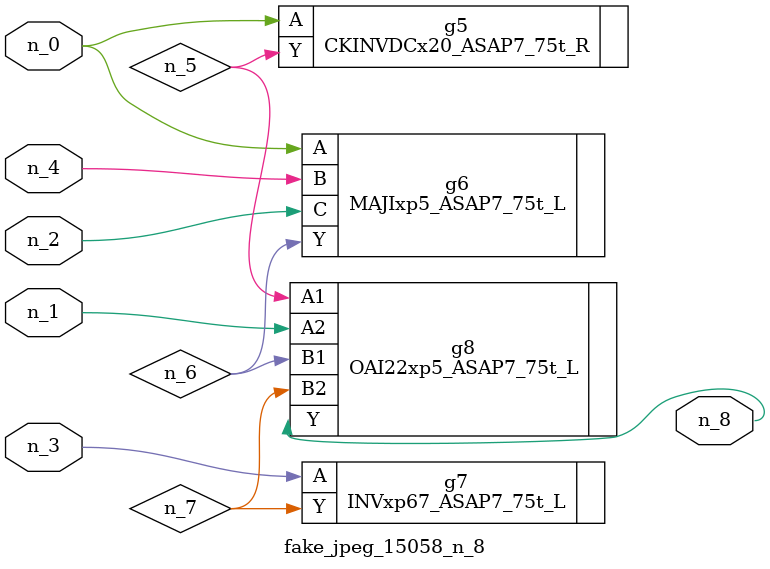
<source format=v>
module fake_jpeg_15058_n_8 (n_3, n_2, n_1, n_0, n_4, n_8);

input n_3;
input n_2;
input n_1;
input n_0;
input n_4;

output n_8;

wire n_6;
wire n_5;
wire n_7;

CKINVDCx20_ASAP7_75t_R g5 ( 
.A(n_0),
.Y(n_5)
);

MAJIxp5_ASAP7_75t_L g6 ( 
.A(n_0),
.B(n_4),
.C(n_2),
.Y(n_6)
);

INVxp67_ASAP7_75t_L g7 ( 
.A(n_3),
.Y(n_7)
);

OAI22xp5_ASAP7_75t_L g8 ( 
.A1(n_5),
.A2(n_1),
.B1(n_6),
.B2(n_7),
.Y(n_8)
);


endmodule
</source>
